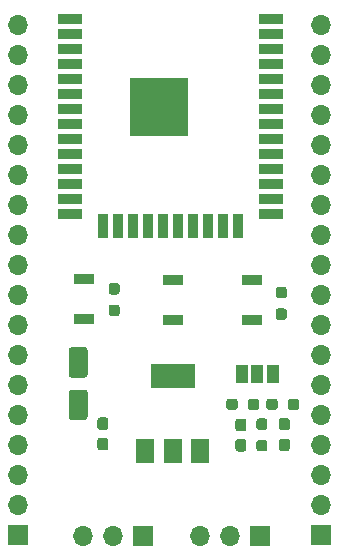
<source format=gbr>
%TF.GenerationSoftware,KiCad,Pcbnew,5.1.8*%
%TF.CreationDate,2020-12-03T14:21:02+03:00*%
%TF.ProjectId,pss_mcu_pcb,7073735f-6d63-4755-9f70-63622e6b6963,rev?*%
%TF.SameCoordinates,Original*%
%TF.FileFunction,Soldermask,Top*%
%TF.FilePolarity,Negative*%
%FSLAX46Y46*%
G04 Gerber Fmt 4.6, Leading zero omitted, Abs format (unit mm)*
G04 Created by KiCad (PCBNEW 5.1.8) date 2020-12-03 14:21:02*
%MOMM*%
%LPD*%
G01*
G04 APERTURE LIST*
%ADD10R,5.000000X5.000000*%
%ADD11R,2.000000X0.900000*%
%ADD12R,0.900000X2.000000*%
%ADD13O,1.700000X1.700000*%
%ADD14R,1.700000X1.700000*%
%ADD15R,1.700000X0.900000*%
%ADD16R,1.000000X1.500000*%
%ADD17R,3.800000X2.000000*%
%ADD18R,1.500000X2.000000*%
G04 APERTURE END LIST*
D10*
%TO.C,U4*%
X157178500Y-76080000D03*
D11*
X149678500Y-68580000D03*
X149678500Y-69850000D03*
X149678500Y-71120000D03*
X149678500Y-72390000D03*
X149678500Y-73660000D03*
X149678500Y-74930000D03*
X149678500Y-76200000D03*
X149678500Y-77470000D03*
X149678500Y-78740000D03*
X149678500Y-80010000D03*
X149678500Y-81280000D03*
X149678500Y-82550000D03*
X149678500Y-83820000D03*
X149678500Y-85090000D03*
D12*
X152463500Y-86090000D03*
X153733500Y-86090000D03*
X155003500Y-86090000D03*
X156273500Y-86090000D03*
X157543500Y-86090000D03*
X158813500Y-86090000D03*
X160083500Y-86090000D03*
X161353500Y-86090000D03*
X162623500Y-86090000D03*
X163893500Y-86090000D03*
D11*
X166678500Y-85090000D03*
X166678500Y-83820000D03*
X166678500Y-82550000D03*
X166678500Y-81280000D03*
X166678500Y-80010000D03*
X166678500Y-78740000D03*
X166678500Y-77470000D03*
X166678500Y-76200000D03*
X166678500Y-74930000D03*
X166678500Y-73660000D03*
X166678500Y-72390000D03*
X166678500Y-71120000D03*
X166678500Y-69850000D03*
X166678500Y-68580000D03*
%TD*%
D13*
%TO.C,J3*%
X170942000Y-69088000D03*
X170942000Y-71628000D03*
X170942000Y-74168000D03*
X170942000Y-76708000D03*
X170942000Y-79248000D03*
X170942000Y-81788000D03*
X170942000Y-84328000D03*
X170942000Y-86868000D03*
X170942000Y-89408000D03*
X170942000Y-91948000D03*
X170942000Y-94488000D03*
X170942000Y-97028000D03*
X170942000Y-99568000D03*
X170942000Y-102108000D03*
X170942000Y-104648000D03*
X170942000Y-107188000D03*
X170942000Y-109728000D03*
D14*
X170942000Y-112268000D03*
%TD*%
D15*
%TO.C,SW3*%
X150876000Y-90614500D03*
X150876000Y-94014500D03*
%TD*%
%TO.C,SW2*%
X158369000Y-90692500D03*
X158369000Y-94092500D03*
%TD*%
%TO.C,SW1*%
X165100000Y-90678000D03*
X165100000Y-94078000D03*
%TD*%
%TO.C,D1*%
G36*
G01*
X168068000Y-103423000D02*
X167593000Y-103423000D01*
G75*
G02*
X167355500Y-103185500I0J237500D01*
G01*
X167355500Y-102610500D01*
G75*
G02*
X167593000Y-102373000I237500J0D01*
G01*
X168068000Y-102373000D01*
G75*
G02*
X168305500Y-102610500I0J-237500D01*
G01*
X168305500Y-103185500D01*
G75*
G02*
X168068000Y-103423000I-237500J0D01*
G01*
G37*
G36*
G01*
X168068000Y-105173000D02*
X167593000Y-105173000D01*
G75*
G02*
X167355500Y-104935500I0J237500D01*
G01*
X167355500Y-104360500D01*
G75*
G02*
X167593000Y-104123000I237500J0D01*
G01*
X168068000Y-104123000D01*
G75*
G02*
X168305500Y-104360500I0J-237500D01*
G01*
X168305500Y-104935500D01*
G75*
G02*
X168068000Y-105173000I-237500J0D01*
G01*
G37*
%TD*%
%TO.C,C1*%
G36*
G01*
X152701000Y-103397000D02*
X152226000Y-103397000D01*
G75*
G02*
X151988500Y-103159500I0J237500D01*
G01*
X151988500Y-102559500D01*
G75*
G02*
X152226000Y-102322000I237500J0D01*
G01*
X152701000Y-102322000D01*
G75*
G02*
X152938500Y-102559500I0J-237500D01*
G01*
X152938500Y-103159500D01*
G75*
G02*
X152701000Y-103397000I-237500J0D01*
G01*
G37*
G36*
G01*
X152701000Y-105122000D02*
X152226000Y-105122000D01*
G75*
G02*
X151988500Y-104884500I0J237500D01*
G01*
X151988500Y-104284500D01*
G75*
G02*
X152226000Y-104047000I237500J0D01*
G01*
X152701000Y-104047000D01*
G75*
G02*
X152938500Y-104284500I0J-237500D01*
G01*
X152938500Y-104884500D01*
G75*
G02*
X152701000Y-105122000I-237500J0D01*
G01*
G37*
%TD*%
%TO.C,C6*%
G36*
G01*
X164385000Y-103497500D02*
X163910000Y-103497500D01*
G75*
G02*
X163672500Y-103260000I0J237500D01*
G01*
X163672500Y-102660000D01*
G75*
G02*
X163910000Y-102422500I237500J0D01*
G01*
X164385000Y-102422500D01*
G75*
G02*
X164622500Y-102660000I0J-237500D01*
G01*
X164622500Y-103260000D01*
G75*
G02*
X164385000Y-103497500I-237500J0D01*
G01*
G37*
G36*
G01*
X164385000Y-105222500D02*
X163910000Y-105222500D01*
G75*
G02*
X163672500Y-104985000I0J237500D01*
G01*
X163672500Y-104385000D01*
G75*
G02*
X163910000Y-104147500I237500J0D01*
G01*
X164385000Y-104147500D01*
G75*
G02*
X164622500Y-104385000I0J-237500D01*
G01*
X164622500Y-104985000D01*
G75*
G02*
X164385000Y-105222500I-237500J0D01*
G01*
G37*
%TD*%
%TO.C,C8*%
G36*
G01*
X149818000Y-96363000D02*
X150918000Y-96363000D01*
G75*
G02*
X151168000Y-96613000I0J-250000D01*
G01*
X151168000Y-98713000D01*
G75*
G02*
X150918000Y-98963000I-250000J0D01*
G01*
X149818000Y-98963000D01*
G75*
G02*
X149568000Y-98713000I0J250000D01*
G01*
X149568000Y-96613000D01*
G75*
G02*
X149818000Y-96363000I250000J0D01*
G01*
G37*
G36*
G01*
X149818000Y-99963000D02*
X150918000Y-99963000D01*
G75*
G02*
X151168000Y-100213000I0J-250000D01*
G01*
X151168000Y-102313000D01*
G75*
G02*
X150918000Y-102563000I-250000J0D01*
G01*
X149818000Y-102563000D01*
G75*
G02*
X149568000Y-102313000I0J250000D01*
G01*
X149568000Y-100213000D01*
G75*
G02*
X149818000Y-99963000I250000J0D01*
G01*
G37*
%TD*%
D13*
%TO.C,J1*%
X150812500Y-112331500D03*
X153352500Y-112331500D03*
D14*
X155892500Y-112331500D03*
%TD*%
%TO.C,J2*%
X165798500Y-112331500D03*
D13*
X163258500Y-112331500D03*
X160718500Y-112331500D03*
%TD*%
D14*
%TO.C,J4*%
X145288000Y-112268000D03*
D13*
X145288000Y-109728000D03*
X145288000Y-107188000D03*
X145288000Y-104648000D03*
X145288000Y-102108000D03*
X145288000Y-99568000D03*
X145288000Y-97028000D03*
X145288000Y-94488000D03*
X145288000Y-91948000D03*
X145288000Y-89408000D03*
X145288000Y-86868000D03*
X145288000Y-84328000D03*
X145288000Y-81788000D03*
X145288000Y-79248000D03*
X145288000Y-76708000D03*
X145288000Y-74168000D03*
X145288000Y-71628000D03*
X145288000Y-69088000D03*
%TD*%
D16*
%TO.C,JP1*%
X166844500Y-98679000D03*
X165544500Y-98679000D03*
X164244500Y-98679000D03*
%TD*%
%TO.C,R11*%
G36*
G01*
X163873000Y-100981500D02*
X163873000Y-101456500D01*
G75*
G02*
X163635500Y-101694000I-237500J0D01*
G01*
X163135500Y-101694000D01*
G75*
G02*
X162898000Y-101456500I0J237500D01*
G01*
X162898000Y-100981500D01*
G75*
G02*
X163135500Y-100744000I237500J0D01*
G01*
X163635500Y-100744000D01*
G75*
G02*
X163873000Y-100981500I0J-237500D01*
G01*
G37*
G36*
G01*
X165698000Y-100981500D02*
X165698000Y-101456500D01*
G75*
G02*
X165460500Y-101694000I-237500J0D01*
G01*
X164960500Y-101694000D01*
G75*
G02*
X164723000Y-101456500I0J237500D01*
G01*
X164723000Y-100981500D01*
G75*
G02*
X164960500Y-100744000I237500J0D01*
G01*
X165460500Y-100744000D01*
G75*
G02*
X165698000Y-100981500I0J-237500D01*
G01*
G37*
%TD*%
%TO.C,R12*%
G36*
G01*
X167814000Y-92245000D02*
X167339000Y-92245000D01*
G75*
G02*
X167101500Y-92007500I0J237500D01*
G01*
X167101500Y-91507500D01*
G75*
G02*
X167339000Y-91270000I237500J0D01*
G01*
X167814000Y-91270000D01*
G75*
G02*
X168051500Y-91507500I0J-237500D01*
G01*
X168051500Y-92007500D01*
G75*
G02*
X167814000Y-92245000I-237500J0D01*
G01*
G37*
G36*
G01*
X167814000Y-94070000D02*
X167339000Y-94070000D01*
G75*
G02*
X167101500Y-93832500I0J237500D01*
G01*
X167101500Y-93332500D01*
G75*
G02*
X167339000Y-93095000I237500J0D01*
G01*
X167814000Y-93095000D01*
G75*
G02*
X168051500Y-93332500I0J-237500D01*
G01*
X168051500Y-93832500D01*
G75*
G02*
X167814000Y-94070000I-237500J0D01*
G01*
G37*
%TD*%
%TO.C,R13*%
G36*
G01*
X165688000Y-102399000D02*
X166163000Y-102399000D01*
G75*
G02*
X166400500Y-102636500I0J-237500D01*
G01*
X166400500Y-103136500D01*
G75*
G02*
X166163000Y-103374000I-237500J0D01*
G01*
X165688000Y-103374000D01*
G75*
G02*
X165450500Y-103136500I0J237500D01*
G01*
X165450500Y-102636500D01*
G75*
G02*
X165688000Y-102399000I237500J0D01*
G01*
G37*
G36*
G01*
X165688000Y-104224000D02*
X166163000Y-104224000D01*
G75*
G02*
X166400500Y-104461500I0J-237500D01*
G01*
X166400500Y-104961500D01*
G75*
G02*
X166163000Y-105199000I-237500J0D01*
G01*
X165688000Y-105199000D01*
G75*
G02*
X165450500Y-104961500I0J237500D01*
G01*
X165450500Y-104461500D01*
G75*
G02*
X165688000Y-104224000I237500J0D01*
G01*
G37*
%TD*%
%TO.C,R15*%
G36*
G01*
X169103500Y-100981500D02*
X169103500Y-101456500D01*
G75*
G02*
X168866000Y-101694000I-237500J0D01*
G01*
X168366000Y-101694000D01*
G75*
G02*
X168128500Y-101456500I0J237500D01*
G01*
X168128500Y-100981500D01*
G75*
G02*
X168366000Y-100744000I237500J0D01*
G01*
X168866000Y-100744000D01*
G75*
G02*
X169103500Y-100981500I0J-237500D01*
G01*
G37*
G36*
G01*
X167278500Y-100981500D02*
X167278500Y-101456500D01*
G75*
G02*
X167041000Y-101694000I-237500J0D01*
G01*
X166541000Y-101694000D01*
G75*
G02*
X166303500Y-101456500I0J237500D01*
G01*
X166303500Y-100981500D01*
G75*
G02*
X166541000Y-100744000I237500J0D01*
G01*
X167041000Y-100744000D01*
G75*
G02*
X167278500Y-100981500I0J-237500D01*
G01*
G37*
%TD*%
%TO.C,R18*%
G36*
G01*
X153653500Y-91927500D02*
X153178500Y-91927500D01*
G75*
G02*
X152941000Y-91690000I0J237500D01*
G01*
X152941000Y-91190000D01*
G75*
G02*
X153178500Y-90952500I237500J0D01*
G01*
X153653500Y-90952500D01*
G75*
G02*
X153891000Y-91190000I0J-237500D01*
G01*
X153891000Y-91690000D01*
G75*
G02*
X153653500Y-91927500I-237500J0D01*
G01*
G37*
G36*
G01*
X153653500Y-93752500D02*
X153178500Y-93752500D01*
G75*
G02*
X152941000Y-93515000I0J237500D01*
G01*
X152941000Y-93015000D01*
G75*
G02*
X153178500Y-92777500I237500J0D01*
G01*
X153653500Y-92777500D01*
G75*
G02*
X153891000Y-93015000I0J-237500D01*
G01*
X153891000Y-93515000D01*
G75*
G02*
X153653500Y-93752500I-237500J0D01*
G01*
G37*
%TD*%
D17*
%TO.C,U1*%
X158369000Y-98831000D03*
D18*
X158369000Y-105131000D03*
X160669000Y-105131000D03*
X156069000Y-105131000D03*
%TD*%
M02*

</source>
